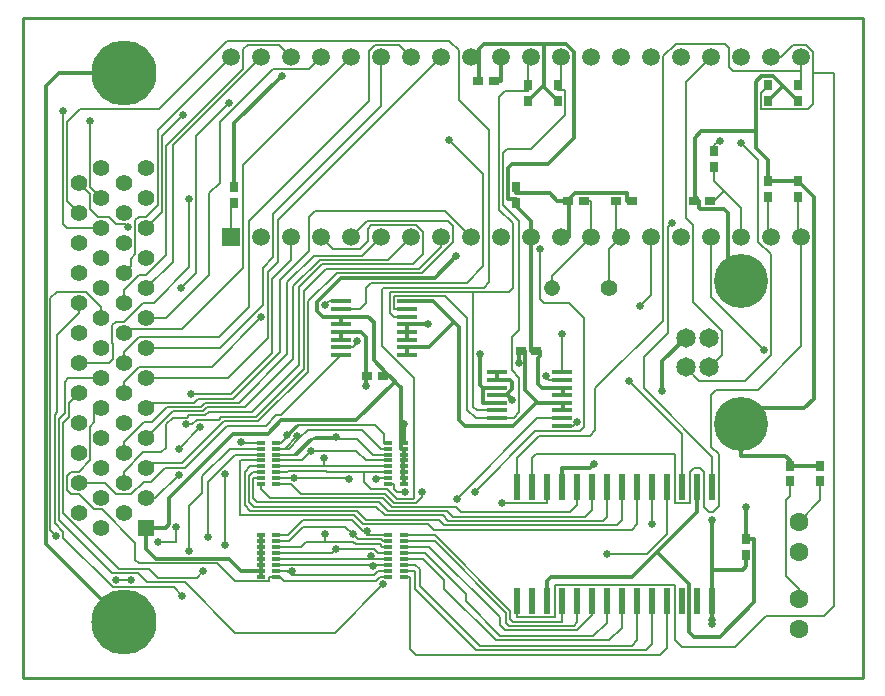
<source format=gbl>
%FSLAX23Y23*%
%MOIN*%
G70*
G01*
G75*
G04 Layer_Physical_Order=2*
%ADD10R,0.134X0.071*%
%ADD11C,0.008*%
%ADD12C,0.012*%
%ADD13C,0.010*%
%ADD14C,0.063*%
%ADD15C,0.055*%
%ADD16P,0.055X8X0*%
%ADD17C,0.180*%
%ADD18C,0.065*%
%ADD19R,0.055X0.055*%
%ADD20C,0.217*%
%ADD21R,0.059X0.059*%
%ADD22C,0.059*%
%ADD23C,0.025*%
%ADD24R,0.035X0.028*%
%ADD25R,0.028X0.035*%
%ADD26R,0.031X0.012*%
%ADD27R,0.065X0.012*%
%ADD28R,0.024X0.087*%
D11*
X1032Y417D02*
X1045Y430D01*
X928Y437D02*
X944Y453D01*
X1103D02*
X1110Y446D01*
X1190D01*
X1199Y437D01*
X1011Y689D02*
X1014Y685D01*
X886Y689D02*
X1011D01*
X882Y685D02*
X886Y689D01*
X735Y1367D02*
Y1710D01*
X530Y1162D02*
X735Y1367D01*
X835Y1545D02*
X1195Y1905D01*
X835Y1402D02*
Y1545D01*
X800Y1367D02*
X835Y1402D01*
X800Y1242D02*
Y1367D01*
X658Y1100D02*
X800Y1242D01*
X1894Y1590D02*
X1895Y1589D01*
X2545Y593D02*
X2559Y607D01*
X2545Y339D02*
Y593D01*
Y339D02*
X2587Y297D01*
X2305Y1775D02*
X2321Y1791D01*
X1934Y524D02*
X1948Y538D01*
X1418Y524D02*
X1934D01*
X1400Y542D02*
X1418Y524D01*
X1207Y542D02*
X1400D01*
X1178Y571D02*
X1207Y542D01*
X771Y571D02*
X1178D01*
X754Y587D02*
X771Y571D01*
X754Y587D02*
Y672D01*
X767Y685D01*
X1875Y538D02*
X1898Y561D01*
X1434Y538D02*
X1875D01*
X1416Y556D02*
X1434Y538D01*
X1217Y556D02*
X1416D01*
X1188Y585D02*
X1217Y556D01*
X783Y585D02*
X1188D01*
X768Y600D02*
X783Y585D01*
X768Y600D02*
Y665D01*
X769Y666D01*
X1374Y456D02*
X1612Y218D01*
Y182D02*
Y218D01*
Y182D02*
X1620Y174D01*
X1837D01*
X1848Y185D01*
X1334Y397D02*
X1405Y326D01*
Y297D02*
Y326D01*
Y297D02*
X1577Y125D01*
X1955D01*
X1998Y168D01*
X1849Y160D02*
X1898Y209D01*
X1607Y160D02*
X1849D01*
X1590Y177D02*
X1607Y160D01*
X1590Y177D02*
Y202D01*
X1355Y437D02*
X1590Y202D01*
X1309Y378D02*
X1324Y363D01*
Y307D02*
Y363D01*
Y307D02*
X1524Y107D01*
X2030D01*
X2048Y125D01*
X1291Y338D02*
X1292Y337D01*
Y98D02*
Y337D01*
Y98D02*
X1312Y78D01*
X2126D01*
X2148Y100D01*
X1113Y758D02*
X1146Y725D01*
X975Y1557D02*
X1408D01*
X955Y1538D02*
X975Y1557D01*
X955Y1424D02*
Y1538D01*
X857Y1326D02*
X955Y1424D01*
X857Y1087D02*
Y1326D01*
X701Y931D02*
X857Y1087D01*
X586Y931D02*
X701D01*
X572Y917D02*
X586Y931D01*
X430Y917D02*
X572D01*
X1035Y1430D02*
X1125D01*
X1150Y1455D01*
Y1497D01*
X1163Y1510D01*
X1312D01*
X1335Y1487D01*
Y1414D02*
Y1487D01*
X1301Y1380D02*
X1335Y1414D01*
X997Y1380D02*
X1301D01*
X920Y1303D02*
X997Y1380D01*
X920Y1042D02*
Y1303D01*
X764Y886D02*
X920Y1042D01*
X620Y886D02*
X764D01*
X609Y875D02*
X620Y886D01*
X556Y875D02*
X609D01*
X549Y868D02*
X556Y875D01*
X500Y868D02*
X549D01*
X477Y845D02*
X500Y868D01*
X477Y767D02*
Y845D01*
X463Y753D02*
X477Y767D01*
X403Y753D02*
X463D01*
X338Y688D02*
X403Y753D01*
X1482Y894D02*
X1510Y866D01*
X1482Y894D02*
Y1199D01*
X1409Y1272D02*
X1482Y1199D01*
X1239Y1272D02*
X1409D01*
X1238Y1271D02*
X1239Y1272D01*
X1238Y1231D02*
Y1271D01*
Y1231D02*
X1239Y1230D01*
X1115Y796D02*
X1167Y744D01*
X338Y1088D02*
X387Y1138D01*
X655D01*
X755Y1238D01*
Y1523D01*
X1155Y1923D01*
Y2090D01*
X1175Y2110D01*
X1255D01*
X1983Y510D02*
X1998Y525D01*
X1406Y510D02*
X1983D01*
X1388Y528D02*
X1406Y510D01*
X1144Y528D02*
X1388D01*
X1115Y557D02*
X1144Y528D01*
X758Y557D02*
X1115D01*
X740Y575D02*
X758Y557D01*
X740Y575D02*
Y688D01*
X758Y705D01*
X1374Y476D02*
X1626Y224D01*
Y196D02*
Y224D01*
Y196D02*
X1634Y188D01*
X1797D01*
X1798Y189D01*
X1903Y139D02*
X1948Y184D01*
X1593Y139D02*
X1903D01*
X1477Y255D02*
X1593Y139D01*
X1477Y255D02*
Y280D01*
X1340Y417D02*
X1477Y280D01*
X1307Y358D02*
X1308Y357D01*
Y296D02*
Y357D01*
Y296D02*
X1511Y93D01*
X2079D01*
X2098Y112D01*
X1100Y1102D02*
X1114Y1116D01*
X479Y1200D02*
X623Y1344D01*
Y1615D01*
X657Y1649D01*
Y1853D01*
X835Y2031D01*
X868D01*
X869Y2030D01*
X955D01*
X338Y1294D02*
X387Y1344D01*
X413D01*
X479Y1410D01*
Y1774D01*
X735Y2030D01*
Y2095D01*
X750Y2110D01*
X855D01*
X950Y827D02*
X1131D01*
X1194Y764D01*
X1747Y582D02*
X1748Y583D01*
X1172Y344D02*
X1186Y358D01*
X1684Y1957D02*
X1685Y1957D01*
X1609Y1957D02*
X1684D01*
X1589Y1938D02*
X1609Y1957D01*
X1589Y1561D02*
Y1938D01*
Y1561D02*
X1635Y1515D01*
Y1300D02*
Y1515D01*
X1621Y1286D02*
X1635Y1300D01*
X1503Y903D02*
X1514Y892D01*
X1224Y1285D02*
X1225Y1286D01*
X1224Y1218D02*
Y1285D01*
Y1218D02*
X1237Y1204D01*
X1637Y866D02*
X1656Y885D01*
Y1000D01*
X1632Y1025D02*
X1656Y1000D01*
X1632Y1025D02*
Y1136D01*
X1655Y1159D01*
Y1523D01*
X1603Y1575D02*
X1655Y1523D01*
X1603Y1575D02*
Y1750D01*
X1615Y1763D01*
X1696D01*
X1809Y1875D01*
Y1959D01*
X1808Y1960D02*
X1809Y1959D01*
X1126Y1230D02*
X1146Y1250D01*
Y1301D01*
X1163Y1317D01*
X1480D01*
X1535Y1372D01*
Y1679D01*
X846Y875D02*
X861D01*
X812Y841D02*
X846Y875D01*
X683Y841D02*
X812D01*
X543Y701D02*
X683Y841D01*
X475Y701D02*
X543D01*
X427Y653D02*
X475Y701D01*
X404Y653D02*
X427D01*
X363Y612D02*
X404Y653D01*
X312Y612D02*
X363D01*
X274Y650D02*
X312Y612D01*
X2081Y413D02*
X2148Y480D01*
X554Y572D02*
X598Y616D01*
Y672D01*
X690Y764D01*
X617Y653D02*
X708Y744D01*
X2030Y494D02*
X2048Y512D01*
X1372Y494D02*
X2030D01*
X1352Y514D02*
X1372Y494D01*
X1134Y514D02*
X1352D01*
X1105Y543D02*
X1134Y514D01*
X727Y543D02*
X1105D01*
X726Y544D02*
X727Y543D01*
X726Y544D02*
Y722D01*
X729Y725D01*
X2211Y1534D02*
Y1986D01*
Y1534D02*
X2235Y1510D01*
Y1254D02*
Y1510D01*
Y1254D02*
X2331Y1158D01*
Y1078D02*
Y1158D01*
X2256Y989D02*
X2409D01*
X2495Y1075D01*
Y1413D01*
X2453Y1454D02*
X2495Y1413D01*
X2453Y1454D02*
Y1725D01*
X831Y1330D02*
X895Y1394D01*
X831Y1082D02*
Y1330D01*
X694Y945D02*
X831Y1082D01*
X1149Y1524D02*
X1417D01*
X1435Y1506D01*
Y1454D02*
Y1506D01*
X1331Y1350D02*
X1435Y1454D01*
X1047Y1350D02*
X1331D01*
X952Y1255D02*
X1047Y1350D01*
X952Y1021D02*
Y1255D01*
X786Y855D02*
X952Y1021D01*
X671Y855D02*
X786D01*
X531Y715D02*
X671Y855D01*
X338Y785D02*
X405Y852D01*
X431D01*
X482Y903D01*
X594D01*
X608Y917D01*
X720D01*
X883Y1080D01*
Y1320D01*
X971Y1408D01*
X1133D01*
X991Y1394D02*
X1219D01*
X903Y1306D02*
X991Y1394D01*
X903Y1063D02*
Y1306D01*
X743Y903D02*
X903Y1063D01*
X616Y903D02*
X743D01*
X602Y889D02*
X616Y903D01*
X502Y889D02*
X602D01*
X566Y845D02*
X582Y861D01*
X654D01*
X662Y869D01*
X777D01*
X938Y1030D01*
Y1290D01*
X1012Y1364D01*
X1322D01*
X1395Y1437D01*
X387Y1038D02*
X630D01*
X338Y988D02*
X387Y1038D01*
X853Y1388D02*
Y1528D01*
X817Y1352D02*
X853Y1388D01*
X817Y1132D02*
Y1352D01*
X685Y1000D02*
X817Y1132D01*
X500Y1388D02*
Y1775D01*
X451Y1578D02*
Y1826D01*
X411Y1538D02*
X451Y1578D01*
X387Y1538D02*
X411D01*
X374Y1525D02*
X387Y1538D01*
X374Y1462D02*
Y1525D01*
Y1462D02*
X376Y1460D01*
Y1412D02*
Y1460D01*
X361Y1397D02*
X376Y1412D01*
X361Y1373D02*
Y1397D01*
X465Y1553D02*
Y1808D01*
X894Y646D02*
X927Y613D01*
X1208D01*
X1237Y584D01*
X1312D01*
X1333Y604D01*
X1239Y631D02*
X1249Y621D01*
X1239Y631D02*
Y644D01*
X1237Y646D02*
X1239Y644D01*
X224Y1564D02*
Y1613D01*
Y1564D02*
X250Y1538D01*
X287D01*
X313Y1512D01*
X343D01*
X1726Y1263D02*
X1738Y1250D01*
X1822D01*
X1872Y1200D01*
Y837D02*
Y1200D01*
X1857Y823D02*
X1872Y837D01*
X1709Y823D02*
X1857D01*
X226Y1637D02*
Y1688D01*
X224Y1690D02*
X226Y1688D01*
X512Y452D02*
X513Y453D01*
X149Y1589D02*
Y1852D01*
X193Y1897D01*
X456D01*
X683Y2124D01*
X1423D01*
X1455Y2092D01*
Y1926D02*
Y2092D01*
Y1926D02*
X1555Y1826D01*
Y1319D02*
Y1826D01*
X1538Y1301D02*
X1555Y1319D01*
X1204Y1301D02*
X1538D01*
X1198Y1295D02*
X1204Y1301D01*
X1198Y1107D02*
Y1295D01*
Y1107D02*
X1304Y1001D01*
Y599D02*
Y1001D01*
X1303Y598D02*
X1304Y599D01*
X1247Y598D02*
X1303D01*
X1215Y629D02*
X1247Y598D01*
X1161Y629D02*
X1215D01*
X1138Y652D02*
X1161Y629D01*
X135Y1513D02*
X147Y1500D01*
X579Y1349D02*
Y1808D01*
X2151Y1151D02*
Y1504D01*
X2071Y1071D02*
X2151Y1151D01*
X2071Y965D02*
Y1071D01*
Y965D02*
X2298Y738D01*
X1698Y734D02*
X1712Y748D01*
X2170D01*
X2176Y742D01*
Y583D02*
Y742D01*
Y583D02*
X2177Y582D01*
X2225D01*
X2226Y583D01*
Y688D01*
X2239Y700D01*
X2259D01*
X2271Y688D01*
Y571D02*
Y688D01*
Y571D02*
X2287Y554D01*
X2300D01*
X2320Y574D01*
Y745D01*
X2295Y770D02*
X2320Y745D01*
X2295Y770D02*
Y943D01*
X2312Y961D01*
X2450D01*
X2595Y1106D01*
X1648Y733D02*
X1721Y806D01*
X1890D01*
X1909Y825D01*
Y965D01*
X2135Y1191D01*
Y2072D01*
X2177Y2114D01*
X2341D01*
X2355Y2100D01*
Y2037D02*
Y2100D01*
Y2037D02*
X2368Y2024D01*
X2461Y1950D02*
X2485Y1974D01*
X2461Y1897D02*
Y1950D01*
Y1897D02*
X2462Y1896D01*
X2618D01*
X2635Y1913D01*
X2612Y2110D02*
X2635Y2088D01*
X2567Y2110D02*
X2612D01*
X2527Y2070D02*
X2567Y2110D01*
X1648Y204D02*
X1650Y202D01*
X1775D01*
X1776Y203D01*
Y309D01*
X1777Y310D01*
X2175D01*
X2176Y309D01*
Y125D02*
Y309D01*
Y125D02*
X2198Y103D01*
X2376D01*
X2478Y205D01*
X2671D01*
X2705Y239D01*
Y2018D01*
X1825Y552D02*
X1848Y575D01*
X1462Y552D02*
X1825D01*
X1444Y570D02*
X1462Y552D01*
X1231Y570D02*
X1444D01*
X1202Y599D02*
X1231Y570D01*
X824Y599D02*
X1202D01*
X794Y629D02*
X824Y599D01*
X1175Y843D02*
X1205Y813D01*
X1099Y526D02*
X1134Y491D01*
X934Y526D02*
X1099D01*
X884Y476D02*
X934Y526D01*
X300Y303D02*
X504D01*
X136Y467D02*
X300Y303D01*
X136Y467D02*
Y487D01*
X107Y516D02*
X136Y487D01*
X107Y516D02*
Y878D01*
X115Y886D01*
Y1143D01*
X188Y1215D01*
X889Y456D02*
X936Y503D01*
X1076D01*
X1117Y462D02*
X1196D01*
X1202Y456D01*
X93Y494D02*
Y1267D01*
X114Y1288D01*
X213D01*
X262Y1238D01*
X1154Y398D02*
Y406D01*
X1155Y407D01*
X438Y1251D02*
X556Y1369D01*
X400Y1251D02*
X438D01*
X338Y1188D02*
X400Y1251D01*
X312Y1188D02*
X338D01*
X299Y1175D02*
X312Y1188D01*
X299Y1115D02*
Y1175D01*
Y1115D02*
X301Y1113D01*
Y1064D02*
Y1113D01*
X287Y1050D02*
X301Y1064D01*
X709Y150D02*
X1040D01*
X540Y319D02*
X709Y150D01*
X414Y319D02*
X540D01*
X384Y349D02*
X414Y319D01*
X298Y349D02*
X384D01*
X121Y526D02*
X298Y349D01*
X121Y526D02*
Y864D01*
X140Y883D01*
Y988D01*
X153Y1000D01*
X154Y869D02*
Y916D01*
X135Y850D02*
X154Y869D01*
X135Y549D02*
Y850D01*
Y549D02*
X321Y363D01*
X421D01*
X451Y333D01*
X581D01*
X821Y337D02*
X822Y338D01*
X821Y323D02*
Y337D01*
X820Y322D02*
X821Y323D01*
X708Y322D02*
X820D01*
X648Y382D02*
X708Y322D01*
X387Y382D02*
X648D01*
X375Y394D02*
X387Y382D01*
X375Y394D02*
Y451D01*
X264Y562D02*
X375Y451D01*
X237Y562D02*
X264D01*
X188Y612D02*
X237Y562D01*
X162Y612D02*
X188D01*
X149Y626D02*
X162Y612D01*
X149Y626D02*
Y674D01*
X162Y688D01*
X189D01*
X226Y725D01*
Y762D01*
X224Y764D02*
X226Y762D01*
X224Y764D02*
Y838D01*
X238Y852D01*
X1177Y324D02*
X1191Y338D01*
X872Y324D02*
X1177D01*
X858Y338D02*
X872Y324D01*
X1237Y1204D02*
X1281D01*
X1514Y892D02*
X1581D01*
X1503Y903D02*
Y1286D01*
X1225D02*
X1503D01*
X1621D01*
X1685Y1957D02*
Y1976D01*
Y2060D01*
X1695Y2070D01*
X1510Y866D02*
X1581D01*
X1637D01*
X1239Y1230D02*
X1281D01*
X1785Y1960D02*
Y1976D01*
Y1980D01*
X1795D01*
Y2070D01*
X1785Y1960D02*
X1808D01*
X1008Y1243D02*
X1021Y1256D01*
X1063D01*
Y1230D02*
X1126D01*
X1421Y1793D02*
X1535Y1679D01*
X1063Y1102D02*
X1100D01*
X1114Y1116D02*
Y1123D01*
X188Y650D02*
X274D01*
X861Y875D02*
X1063Y1076D01*
X1799Y840D02*
X1836D01*
X1849Y853D01*
X1448Y598D02*
X1716Y866D01*
X1799D01*
X1756Y994D02*
X1799D01*
X1744Y1006D02*
X1756Y994D01*
X1799Y1020D02*
X1799D01*
X1799D02*
Y1148D01*
X2295Y1271D02*
X2472Y1094D01*
X2295Y1271D02*
Y1470D01*
X2587Y521D02*
X2659Y593D01*
Y655D01*
X1270Y338D02*
X1291D01*
X2148Y100D02*
Y256D01*
X1270Y358D02*
X1307D01*
X2098Y112D02*
Y256D01*
X1270Y378D02*
X1309D01*
X2048Y125D02*
Y256D01*
X1270Y397D02*
X1334D01*
X1998Y168D02*
Y256D01*
X1270Y417D02*
X1340D01*
X1948Y184D02*
Y256D01*
X1270Y437D02*
X1355D01*
X1898Y209D02*
Y256D01*
X1270Y456D02*
X1374D01*
X1848Y185D02*
Y256D01*
X1270Y476D02*
X1374D01*
X1798Y189D02*
Y256D01*
X727Y787D02*
X730Y784D01*
X794D01*
X2021Y991D02*
X2198Y814D01*
Y636D02*
Y814D01*
X554Y423D02*
Y572D01*
X1948Y413D02*
X2081D01*
X690Y764D02*
X794D01*
X2148Y480D02*
Y636D01*
X617Y470D02*
Y653D01*
X2098Y512D02*
Y636D01*
X708Y744D02*
X794D01*
X729Y725D02*
X794D01*
X2048Y512D02*
Y636D01*
X758Y705D02*
X794D01*
X1998Y525D02*
Y636D01*
X767Y685D02*
X794D01*
X1948Y538D02*
Y636D01*
X769Y666D02*
X794D01*
X1898Y561D02*
Y636D01*
X695Y1470D02*
Y1584D01*
Y1585D01*
X705D01*
Y1584D02*
Y1585D01*
X2211Y1986D02*
X2295Y2070D01*
X2288Y1036D02*
X2331Y1078D01*
X2210Y1036D02*
X2256Y989D01*
X2305Y1756D02*
Y1775D01*
X2321Y1791D02*
X2325D01*
X2395Y1783D02*
X2453Y1725D01*
X2587Y263D02*
Y297D01*
X2559Y607D02*
Y655D01*
X2338Y1622D02*
X2395Y1565D01*
X2305Y1655D02*
X2338Y1622D01*
X2291Y1590D02*
X2305D01*
X2395Y1470D02*
Y1565D01*
X2305Y1655D02*
Y1704D01*
Y1590D02*
X2338Y1622D01*
X1956Y1300D02*
Y1431D01*
X1995Y1470D01*
X1979D02*
Y1590D01*
Y1470D02*
X1995D01*
X1979Y1590D02*
X1979D01*
X1764Y1300D02*
Y1339D01*
X1895Y1470D01*
Y1589D01*
X1871Y1590D02*
X1894D01*
X412Y600D02*
X442D01*
X520Y678D01*
Y764D02*
X592Y836D01*
X563Y945D02*
X694D01*
X895Y1394D02*
Y1470D01*
X338Y650D02*
Y688D01*
X995Y1470D02*
X1035Y1430D01*
X412Y700D02*
Y715D01*
X531D01*
X1095Y1470D02*
X1149Y1524D01*
X338Y750D02*
Y785D01*
X1133Y1408D02*
X1195Y1470D01*
X412Y800D02*
X502Y889D01*
X1219Y1394D02*
X1295Y1470D01*
X544Y845D02*
X566D01*
X1395Y1437D02*
Y1470D01*
X412Y900D02*
X430Y917D01*
X1408Y1557D02*
X1495Y1470D01*
X338Y950D02*
Y988D01*
X630Y1038D02*
X794Y1202D01*
X412Y1000D02*
X685D01*
X853Y1528D02*
X1395Y2070D01*
X338Y1050D02*
Y1088D01*
X1255Y2110D02*
X1295Y2070D01*
X412Y1100D02*
X658D01*
X1195Y1905D02*
Y2070D01*
X338Y1150D02*
Y1162D01*
X530D01*
X735Y1710D02*
X1095Y2070D01*
X412Y1200D02*
X479D01*
X955Y2030D02*
X995Y2070D01*
X338Y1250D02*
Y1294D01*
X855Y2110D02*
X895Y2070D01*
X412Y1300D02*
X500Y1388D01*
Y1775D02*
X795Y2070D01*
X338Y1350D02*
X361Y1373D01*
X451Y1826D02*
X695Y2070D01*
X2057Y1240D02*
X2095Y1278D01*
Y1470D01*
X412Y1500D02*
X465Y1553D01*
Y1808D02*
X535Y1878D01*
X846Y646D02*
X894D01*
X1218D02*
X1237D01*
X188Y1650D02*
X224Y1613D01*
X343Y1512D02*
X351Y1504D01*
X1249Y621D02*
X1275D01*
X1333Y604D02*
Y621D01*
X1507D02*
X1709Y823D01*
X1726Y1263D02*
Y1430D01*
X313Y326D02*
X362D01*
X224Y1690D02*
Y1856D01*
X451Y452D02*
X512D01*
X226Y1637D02*
X262Y1600D01*
X513Y453D02*
Y502D01*
X676Y443D02*
Y679D01*
X846Y666D02*
X906D01*
X1085D01*
X1089Y662D01*
X1177D02*
X1181Y666D01*
X1218D01*
X846Y685D02*
X882D01*
X1138Y652D02*
Y685D01*
X1014D02*
X1138D01*
X1218D01*
X149Y1589D02*
X188Y1550D01*
X529Y1299D02*
X579Y1349D01*
X147Y1500D02*
X262D01*
X135Y1513D02*
Y1889D01*
X1005Y705D02*
Y732D01*
X846Y705D02*
X1005D01*
X1218D01*
X579Y1808D02*
X688Y1917D01*
X846Y725D02*
X930D01*
X963Y758D01*
X1146Y725D02*
X1218D01*
X963Y758D02*
X1113D01*
X2298Y636D02*
Y738D01*
X2151Y1504D02*
X2164Y1517D01*
X1599Y582D02*
X1747D01*
X1748Y583D02*
Y636D01*
X2485Y1489D02*
Y1604D01*
X2495Y1470D02*
Y1489D01*
X2485D02*
X2495D01*
X1698Y636D02*
Y734D01*
X2585Y1470D02*
Y1604D01*
Y1470D02*
X2595D01*
Y1106D02*
Y1470D01*
X1648Y636D02*
Y733D01*
X2585Y1976D02*
Y1980D01*
X2595D01*
Y2024D01*
Y2070D01*
X2368Y2024D02*
X2595D01*
X1648Y204D02*
Y256D01*
X2485Y1974D02*
Y1976D01*
X2495Y2070D02*
X2527D01*
X2635Y2018D02*
X2705D01*
X2635Y1913D02*
Y2018D01*
Y2088D01*
X794Y629D02*
Y646D01*
X794D01*
X1848Y575D02*
Y636D01*
X846Y744D02*
X906D01*
X916D01*
X906D02*
X958Y796D01*
X967D01*
X1045D01*
X1115D01*
X916Y744D02*
X967Y796D01*
X975Y803D01*
X1167Y744D02*
X1218D01*
X975Y803D02*
X1045D01*
X846Y764D02*
X875D01*
X887D01*
X875D02*
X916Y805D01*
X887Y764D02*
X922Y799D01*
X950Y827D01*
X1194Y764D02*
X1218D01*
X846Y784D02*
X862D01*
X885Y806D01*
X921Y843D01*
X1205Y784D02*
Y813D01*
X881Y810D02*
X914Y843D01*
X1205Y784D02*
X1218D01*
X914Y843D02*
X921D01*
X1175D01*
X504Y303D02*
X533Y274D01*
X188Y1215D02*
Y1250D01*
X846Y476D02*
X884D01*
X1149D02*
X1218D01*
X1149D02*
Y491D01*
X1134D02*
X1149D01*
X93Y494D02*
X113Y474D01*
X262Y1200D02*
Y1238D01*
X846Y456D02*
X889D01*
X1202D02*
X1218D01*
X1100Y479D02*
X1117Y462D01*
X1076Y503D02*
X1100Y479D01*
X846Y437D02*
X928D01*
X1199D02*
X1218D01*
X1008Y453D02*
Y480D01*
X944Y453D02*
X1008D01*
X1103D01*
X846Y417D02*
X1032D01*
X1186D02*
X1186D01*
X1218D01*
X1173Y430D02*
X1186Y417D01*
X1173Y430D02*
X1186Y417D01*
X1045Y430D02*
X1046D01*
X1173D01*
X1173D01*
X188Y1050D02*
X287D01*
X556Y1369D02*
Y1597D01*
X1154Y398D02*
X1155Y397D01*
X1154Y398D02*
X1154Y398D01*
X846Y397D02*
X1155D01*
X1163D01*
X1218D01*
X1155Y407D02*
X1163D01*
X153Y1000D02*
X262D01*
X1040Y150D02*
X1203Y313D01*
X1168Y374D02*
Y378D01*
X846D02*
X1168D01*
Y374D02*
X1172Y378D01*
X1218D01*
X581Y333D02*
X603Y355D01*
X154Y916D02*
X188Y950D01*
X892Y349D02*
X897Y344D01*
X883Y358D02*
X892Y349D01*
X897Y344D02*
X898D01*
X1172D01*
X846Y358D02*
X883D01*
X895D01*
X898Y355D01*
X1186Y358D02*
X1218D01*
X238Y852D02*
Y900D01*
X262D01*
X822Y338D02*
X846D01*
X858D01*
X1191D02*
X1218D01*
D12*
X1536Y967D02*
X1537Y968D01*
X1536Y918D02*
Y967D01*
Y918D02*
X1537Y917D01*
X1594Y1990D02*
X1595Y1991D01*
X1763Y336D02*
X2030D01*
X1748Y322D02*
X1763Y336D01*
X2543Y741D02*
X2559Y725D01*
X2396Y741D02*
X2543D01*
X2395Y742D02*
X2396Y741D01*
X2550Y1656D02*
X2551Y1655D01*
X2353Y1364D02*
Y1550D01*
X2339Y1564D02*
X2353Y1550D01*
X2257Y1564D02*
X2339D01*
X2256Y1565D02*
X2257Y1564D01*
X1129Y1153D02*
X1145Y1138D01*
X1645Y1616D02*
X1646Y1615D01*
X1758D01*
X1783Y1590D01*
X2463Y2006D02*
X2503D01*
X2445Y1988D02*
X2463Y2006D01*
X2445Y1767D02*
X2485Y1727D01*
X1645Y1572D02*
X1695Y1522D01*
X1454Y861D02*
Y1169D01*
Y861D02*
X1475Y840D01*
X1635D02*
X1712Y917D01*
X2013Y1616D02*
X2014Y1615D01*
X1841Y1616D02*
X2013D01*
X688Y398D02*
X728Y358D01*
X444Y398D02*
X688D01*
X412Y430D02*
X444Y398D01*
X77Y1972D02*
X120Y2015D01*
X77Y445D02*
Y1972D01*
X1225Y1006D02*
X1241Y990D01*
X863Y859D02*
X1112D01*
X817Y813D02*
X863Y859D01*
X703Y813D02*
X817D01*
X489Y599D02*
X703Y813D01*
X489Y512D02*
Y599D01*
X477Y500D02*
X489Y512D01*
X1153Y1204D02*
X1170Y1188D01*
Y1059D02*
Y1188D01*
X2240Y1800D02*
X2262Y1822D01*
X2240Y1606D02*
Y1800D01*
X2438Y462D02*
X2439Y461D01*
Y252D02*
Y461D01*
X2325Y138D02*
X2439Y252D01*
X2237Y138D02*
X2325D01*
X2223Y153D02*
X2237Y138D01*
X2223Y153D02*
Y313D01*
X2585Y1655D02*
X2637Y1603D01*
Y930D02*
Y1603D01*
X2606Y900D02*
X2637Y930D01*
X1625Y994D02*
X1633Y986D01*
Y962D02*
Y986D01*
X1258Y971D02*
X1260D01*
X981Y1223D02*
X1000Y1204D01*
X981Y1223D02*
Y1254D01*
X1060Y1333D01*
X1374D01*
X1520Y2095D02*
X1538Y2112D01*
X1619Y1597D02*
X1620Y1596D01*
X1619Y1597D02*
Y1700D01*
X1632Y1712D01*
X1750D01*
X1837Y1800D01*
Y2088D01*
X1812Y2112D02*
X1837Y2088D01*
X1145Y1006D02*
X1146Y1005D01*
X1719Y979D02*
X1730Y968D01*
X1719Y979D02*
Y1067D01*
X1725Y1073D01*
X1526Y977D02*
X1536Y967D01*
X2400Y360D02*
X2413Y373D01*
X1798Y700D02*
X1892D01*
X728Y358D02*
X794D01*
X795D01*
X794Y338D02*
X795D01*
Y358D01*
X794D02*
Y378D01*
X794D02*
X794D01*
X794D02*
Y397D01*
Y417D01*
Y397D02*
X794D01*
X794Y417D02*
X794D01*
X795D01*
X77Y445D02*
X338Y185D01*
X412Y430D02*
Y500D01*
X477D01*
X795Y417D02*
Y437D01*
Y456D01*
X794Y437D02*
X795D01*
X794Y456D02*
X794D01*
X795D01*
X794D02*
Y476D01*
X794D01*
X1270Y646D02*
X1270D01*
Y666D01*
X1269D02*
X1270D01*
X1270D01*
X1269Y685D02*
X1270D01*
X1260Y764D02*
X1270D01*
X1270D01*
X1269Y666D02*
Y685D01*
Y705D01*
Y725D01*
Y705D02*
X1270D01*
X1269Y725D02*
X1270D01*
X1270D01*
Y744D01*
Y764D01*
X1260D02*
Y784D01*
Y845D01*
Y971D01*
X1270Y744D02*
X1270D01*
X1260Y784D02*
X1270D01*
X1112Y859D02*
X1241Y988D01*
X1258Y971D01*
X1223Y1006D02*
X1241Y988D01*
X1212Y1017D02*
X1223Y1006D01*
X1170Y1059D02*
X1212Y1017D01*
X1270Y784D02*
Y845D01*
X1241Y988D02*
Y990D01*
X1201Y1006D02*
X1223D01*
X1225D01*
X1281Y1076D02*
Y1102D01*
X120Y2015D02*
X338D01*
X1063Y1179D02*
X1063D01*
Y1204D01*
X1000D02*
X1063D01*
X1063D01*
X1153D01*
X1281Y1102D02*
X1355D01*
X1475Y840D02*
X1581D01*
X1635D01*
X1580Y1020D02*
X1581D01*
X1355Y1102D02*
X1438Y1186D01*
X1454Y1169D01*
X1368Y1256D02*
X1438Y1186D01*
X1281Y1256D02*
X1368D01*
X1374Y1333D02*
X1446Y1405D01*
X1571Y1990D02*
X1594D01*
X1748Y256D02*
Y322D01*
X1581Y943D02*
X1613D01*
X1712Y917D02*
X1718D01*
X1799D01*
X1800D01*
X1799Y892D02*
X1800D01*
Y917D01*
X1615Y945D02*
X1633Y927D01*
X1613Y943D02*
X1615Y945D01*
X1633Y962D01*
X1580Y994D02*
X1581D01*
X1625D01*
X1580D02*
Y1020D01*
X1674Y961D02*
X1718Y917D01*
X1674Y961D02*
Y1090D01*
X1655Y1049D02*
Y1090D01*
X2115Y421D02*
X2223Y313D01*
X2030Y336D02*
X2115Y421D01*
X2248Y554D01*
Y636D01*
X2413Y462D02*
Y462D01*
Y569D01*
Y462D02*
X2438D01*
X2395Y742D02*
Y848D01*
Y900D01*
X2606D01*
X2559Y707D02*
X2659D01*
X2559D02*
Y725D01*
X1655Y1090D02*
X1660D01*
X1674D01*
X1783Y1590D02*
X1815D01*
X1819D01*
X1820D01*
X1795Y1470D02*
X1820D01*
Y1590D01*
X2014D02*
X2031D01*
X2256Y1565D02*
Y1590D01*
X2239D02*
X2256D01*
X1595Y1991D02*
Y2070D01*
X1645Y1616D02*
Y1636D01*
X1815Y1590D02*
X1817Y1592D01*
X1841Y1616D01*
X2014Y1590D02*
Y1615D01*
X2248Y1598D02*
X2256Y1590D01*
X2240Y1606D02*
X2248Y1598D01*
X2353Y1364D02*
X2395Y1322D01*
X2485Y1656D02*
X2550D01*
X2551Y1655D02*
X2585D01*
X2445Y1767D02*
Y1822D01*
Y1988D01*
X2262Y1822D02*
X2445D01*
X2485Y1656D02*
Y1727D01*
X2585Y1655D02*
Y1656D01*
X2485Y1924D02*
X2535Y1974D01*
X2585Y1924D01*
X2503Y2006D02*
X2535Y1974D01*
X1146Y972D02*
Y1005D01*
X1145Y1006D02*
Y1138D01*
Y1006D02*
X1149D01*
X1537Y917D02*
X1581D01*
X1526Y977D02*
Y1079D01*
X1537Y968D02*
X1581D01*
X1062Y1128D02*
Y1153D01*
Y1128D02*
X1063D01*
X1062Y1153D02*
X1063D01*
X1129D01*
X1281Y1128D02*
X1281D01*
X1281Y1153D02*
X1281D01*
X705Y1636D02*
Y1849D01*
X864Y2008D01*
X1281Y1128D02*
Y1153D01*
Y1179D01*
X1281D01*
X1353D01*
X1353Y1179D01*
X1519Y1990D02*
X1520D01*
Y2070D01*
Y2095D01*
X1495Y2070D02*
X1520D01*
X1538Y2112D02*
X1737D01*
X1812D01*
X1798Y636D02*
Y700D01*
X1892D02*
X1905Y713D01*
X1730Y968D02*
X1799D01*
X1800D01*
X1799Y943D02*
X1800D01*
Y968D01*
X2298Y360D02*
X2400D01*
X2133Y956D02*
Y1058D01*
X2298Y179D02*
Y193D01*
Y256D01*
Y360D01*
Y525D01*
X2413Y373D02*
Y410D01*
X1695Y1090D02*
X1712D01*
X1725D01*
Y1073D02*
Y1090D01*
X1620Y1596D02*
X1645D01*
X1695Y1090D02*
Y1470D01*
Y1522D01*
X1645Y1572D02*
Y1584D01*
Y1596D01*
X2133Y1058D02*
X2210Y1134D01*
X1685Y1924D02*
X1735Y1974D01*
X1737Y1976D01*
Y2112D01*
X1735Y1974D02*
X1785Y1924D01*
D13*
X0Y2200D02*
X2800D01*
Y0D02*
Y2200D01*
X0Y0D02*
X2800D01*
X0D02*
Y2201D01*
D14*
X2587Y163D02*
D03*
Y263D02*
D03*
Y421D02*
D03*
Y521D02*
D03*
D15*
X1956Y1300D02*
D03*
X338Y550D02*
D03*
X262Y500D02*
D03*
X188Y550D02*
D03*
X412Y600D02*
D03*
X338Y650D02*
D03*
X262Y600D02*
D03*
X188Y650D02*
D03*
X412Y700D02*
D03*
X338Y750D02*
D03*
X262Y700D02*
D03*
X188Y750D02*
D03*
X412Y800D02*
D03*
X338Y850D02*
D03*
X262Y800D02*
D03*
X188Y850D02*
D03*
X412Y900D02*
D03*
X338Y950D02*
D03*
X262Y900D02*
D03*
X188Y950D02*
D03*
X412Y1000D02*
D03*
X338Y1050D02*
D03*
X262Y1000D02*
D03*
X188Y1050D02*
D03*
X412Y1100D02*
D03*
X338Y1150D02*
D03*
X262Y1100D02*
D03*
X188Y1150D02*
D03*
X412Y1200D02*
D03*
X338Y1250D02*
D03*
X262Y1200D02*
D03*
X188Y1250D02*
D03*
X412Y1300D02*
D03*
X338Y1350D02*
D03*
X262Y1300D02*
D03*
X188Y1350D02*
D03*
X412Y1400D02*
D03*
X338Y1450D02*
D03*
X262Y1400D02*
D03*
X188Y1450D02*
D03*
X412Y1500D02*
D03*
X338Y1550D02*
D03*
X262Y1500D02*
D03*
X188Y1550D02*
D03*
X412Y1600D02*
D03*
X338Y1650D02*
D03*
X262Y1600D02*
D03*
X188Y1650D02*
D03*
X412Y1700D02*
D03*
X262D02*
D03*
D16*
X1764Y1300D02*
D03*
D17*
X2395Y848D02*
D03*
Y1322D02*
D03*
D18*
X2288Y1036D02*
D03*
X2210D02*
D03*
Y1134D02*
D03*
X2288Y1134D02*
D03*
D19*
X412Y500D02*
D03*
D20*
X338Y185D02*
D03*
Y2015D02*
D03*
D21*
X695Y1470D02*
D03*
D22*
X795D02*
D03*
X895D02*
D03*
X995D02*
D03*
X1095D02*
D03*
X1195D02*
D03*
X1295D02*
D03*
X1395D02*
D03*
X1495D02*
D03*
X1595D02*
D03*
X1695D02*
D03*
X1795D02*
D03*
X1895D02*
D03*
X1995D02*
D03*
X2095D02*
D03*
X2195D02*
D03*
X2295D02*
D03*
X2395D02*
D03*
X2495D02*
D03*
X2595D02*
D03*
X695Y2070D02*
D03*
X795D02*
D03*
X895D02*
D03*
X995D02*
D03*
X1095D02*
D03*
X1195D02*
D03*
X1295D02*
D03*
X1395D02*
D03*
X1495D02*
D03*
X1595D02*
D03*
X1695D02*
D03*
X1795D02*
D03*
X1895D02*
D03*
X1995D02*
D03*
X2095D02*
D03*
X2195D02*
D03*
X2295D02*
D03*
X2395D02*
D03*
X2495D02*
D03*
X2595D02*
D03*
D23*
X1270Y845D02*
D03*
X2413Y569D02*
D03*
X2325Y1791D02*
D03*
X2057Y1240D02*
D03*
X1114Y1123D02*
D03*
X1045Y803D02*
D03*
X1599Y582D02*
D03*
X1008Y1243D02*
D03*
X1421Y1793D02*
D03*
X1849Y853D02*
D03*
X1448Y598D02*
D03*
X1744Y1006D02*
D03*
X1799Y1148D02*
D03*
X2472Y1094D02*
D03*
X2021Y991D02*
D03*
X727Y787D02*
D03*
X1948Y413D02*
D03*
X554Y423D02*
D03*
X2098Y512D02*
D03*
X617Y470D02*
D03*
X2395Y1783D02*
D03*
X1633Y927D02*
D03*
X1655Y1049D02*
D03*
X1446Y1405D02*
D03*
X2298Y179D02*
D03*
X2133Y956D02*
D03*
X2298Y193D02*
D03*
X1353Y1179D02*
D03*
X1146Y972D02*
D03*
X864Y2008D02*
D03*
X1526Y1079D02*
D03*
X2298Y525D02*
D03*
X1905Y713D02*
D03*
X563Y945D02*
D03*
X592Y836D02*
D03*
X520Y764D02*
D03*
Y678D02*
D03*
X544Y845D02*
D03*
X794Y1202D02*
D03*
X535Y1878D02*
D03*
X1333Y621D02*
D03*
X351Y1504D02*
D03*
X1726Y1430D02*
D03*
X1507Y621D02*
D03*
X1275D02*
D03*
X1177Y662D02*
D03*
X1089D02*
D03*
X224Y1856D02*
D03*
X313Y326D02*
D03*
X362D02*
D03*
X451Y452D02*
D03*
X513Y502D02*
D03*
X676Y443D02*
D03*
Y679D02*
D03*
X906Y666D02*
D03*
X135Y1889D02*
D03*
X688Y1917D02*
D03*
X529Y1299D02*
D03*
X1005Y732D02*
D03*
X963Y758D02*
D03*
X2164Y1517D02*
D03*
X916Y805D02*
D03*
X881Y810D02*
D03*
X1149Y491D02*
D03*
X533Y274D02*
D03*
X1100Y479D02*
D03*
X113Y474D02*
D03*
X1008Y480D02*
D03*
X1046Y430D02*
D03*
X1163Y407D02*
D03*
X556Y1597D02*
D03*
X1168Y374D02*
D03*
X1203Y313D02*
D03*
X603Y355D02*
D03*
X898D02*
D03*
D24*
X1871Y1590D02*
D03*
X1819D02*
D03*
X2291D02*
D03*
X2239D02*
D03*
X1519Y1990D02*
D03*
X1571D02*
D03*
X1660Y1090D02*
D03*
X1712D02*
D03*
X1201Y1006D02*
D03*
X1149D02*
D03*
X2031Y1590D02*
D03*
X1979D02*
D03*
D25*
X1645Y1584D02*
D03*
Y1636D02*
D03*
X705D02*
D03*
Y1584D02*
D03*
X2485Y1604D02*
D03*
Y1656D02*
D03*
X2585Y1604D02*
D03*
Y1656D02*
D03*
Y1976D02*
D03*
Y1924D02*
D03*
X2485Y1976D02*
D03*
Y1924D02*
D03*
X2305Y1704D02*
D03*
Y1756D02*
D03*
X2413Y462D02*
D03*
Y410D02*
D03*
X2659Y655D02*
D03*
Y707D02*
D03*
X1785Y1976D02*
D03*
Y1924D02*
D03*
X1685Y1976D02*
D03*
Y1924D02*
D03*
X2559Y707D02*
D03*
Y655D02*
D03*
D26*
X846Y646D02*
D03*
X794D02*
D03*
X846Y666D02*
D03*
X794D02*
D03*
X846Y685D02*
D03*
X794D02*
D03*
X846Y705D02*
D03*
X794D02*
D03*
X846Y725D02*
D03*
X794D02*
D03*
X846Y744D02*
D03*
X794D02*
D03*
X846Y764D02*
D03*
X794D02*
D03*
X846Y784D02*
D03*
X794D02*
D03*
X1270Y646D02*
D03*
X1218D02*
D03*
X1270Y666D02*
D03*
X1218D02*
D03*
X1270Y685D02*
D03*
X1218D02*
D03*
X1270Y705D02*
D03*
X1218D02*
D03*
X1270Y725D02*
D03*
X1218D02*
D03*
X1270Y744D02*
D03*
X1218D02*
D03*
X1270Y764D02*
D03*
X1218D02*
D03*
X1270Y784D02*
D03*
X1218D02*
D03*
X846Y338D02*
D03*
X794D02*
D03*
X846Y358D02*
D03*
X794D02*
D03*
X846Y378D02*
D03*
X794D02*
D03*
X846Y397D02*
D03*
X794D02*
D03*
X846Y417D02*
D03*
X794D02*
D03*
X846Y437D02*
D03*
X794D02*
D03*
X846Y456D02*
D03*
X794D02*
D03*
X846Y476D02*
D03*
X794D02*
D03*
X1270Y338D02*
D03*
X1218D02*
D03*
X1270Y358D02*
D03*
X1218D02*
D03*
X1270Y378D02*
D03*
X1218D02*
D03*
X1270Y397D02*
D03*
X1218D02*
D03*
X1270Y417D02*
D03*
X1218D02*
D03*
X1270Y437D02*
D03*
X1218D02*
D03*
X1270Y456D02*
D03*
X1218D02*
D03*
X1270Y476D02*
D03*
X1218D02*
D03*
D27*
X1281Y1256D02*
D03*
Y1230D02*
D03*
Y1204D02*
D03*
Y1179D02*
D03*
Y1153D02*
D03*
Y1128D02*
D03*
Y1102D02*
D03*
Y1076D02*
D03*
X1063Y1256D02*
D03*
Y1230D02*
D03*
Y1204D02*
D03*
Y1179D02*
D03*
Y1153D02*
D03*
Y1128D02*
D03*
Y1102D02*
D03*
Y1076D02*
D03*
X1581Y840D02*
D03*
Y866D02*
D03*
Y892D02*
D03*
Y917D02*
D03*
Y943D02*
D03*
Y968D02*
D03*
Y994D02*
D03*
Y1020D02*
D03*
X1799Y840D02*
D03*
Y866D02*
D03*
Y892D02*
D03*
Y917D02*
D03*
Y943D02*
D03*
Y968D02*
D03*
Y994D02*
D03*
Y1020D02*
D03*
D28*
X1648Y636D02*
D03*
X1698D02*
D03*
X1748D02*
D03*
X1798D02*
D03*
X1848D02*
D03*
X1898D02*
D03*
X1948D02*
D03*
X1998D02*
D03*
X2048D02*
D03*
X2098D02*
D03*
X2148D02*
D03*
X2198D02*
D03*
X2248D02*
D03*
X2298D02*
D03*
X1648Y256D02*
D03*
X1698D02*
D03*
X1748D02*
D03*
X1798D02*
D03*
X1848D02*
D03*
X1898D02*
D03*
X1948D02*
D03*
X1998D02*
D03*
X2048D02*
D03*
X2098D02*
D03*
X2148D02*
D03*
X2198D02*
D03*
X2248D02*
D03*
X2298D02*
D03*
M02*

</source>
